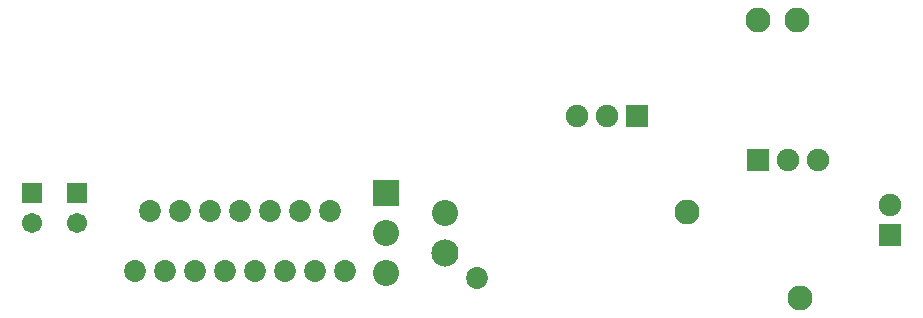
<source format=gbr>
G04 DipTrace 4.2.0.1*
G04 BottomMask.gbr*
%MOIN*%
G04 #@! TF.FileFunction,Soldermask,Bot*
G04 #@! TF.Part,Single*
%ADD44C,0.074929*%
%ADD46R,0.074929X0.074929*%
%ADD48C,0.083*%
%ADD56C,0.090677*%
%ADD58R,0.087134X0.087134*%
%ADD60C,0.087134*%
%ADD62C,0.073*%
%ADD64C,0.067055*%
%ADD66R,0.067055X0.067055*%
%FSLAX26Y26*%
G04*
G70*
G90*
G75*
G01*
G04 BotMask*
%LPD*%
D66*
X664507Y870331D3*
D64*
Y770331D3*
D62*
X857451Y608600D3*
X907451Y808600D3*
X957451Y608600D3*
X1007451Y808600D3*
X1057451Y608600D3*
X1107451Y808600D3*
X1157451Y608600D3*
X1207451Y808600D3*
X1257451Y608600D3*
X1307451Y808600D3*
X1357451Y608600D3*
X1407451Y808600D3*
X1457451Y608600D3*
X1507451Y808600D3*
X1557451Y608600D3*
D66*
X514507Y870331D3*
D64*
Y770331D3*
D60*
X1890550Y801771D3*
D58*
X1693700Y868700D3*
D56*
X1890550Y667913D3*
D60*
X1693700Y734842D3*
Y600983D3*
D48*
X3073275Y519389D3*
X2697804Y806365D3*
D46*
X2935436Y979594D3*
D44*
X3035436D3*
X3135436D3*
D46*
X2532372Y1124504D3*
D44*
X2432372D3*
X2332372D3*
D46*
X3373564Y728301D3*
D44*
Y828301D3*
D62*
X1997100Y585200D3*
D48*
X2933140Y1445524D3*
X3064865D3*
M02*

</source>
